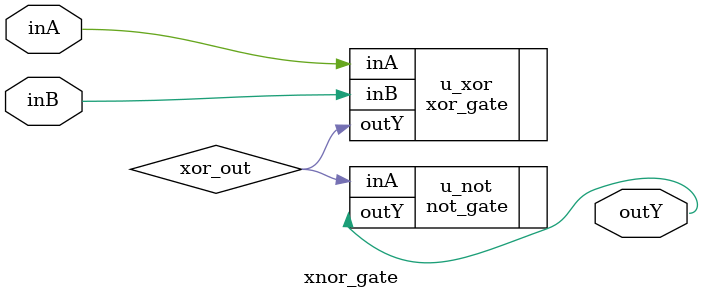
<source format=sv>
module xnor_gate (
    input  logic inA,
    input  logic inB,
    output logic outY
);
    logic xor_out;

    // Step 1: XOR gate built from NANDs
    xor_gate u_xor (.inA(inA), .inB(inB), .outY(xor_out));

    // Step 2: NOT the XOR to get XNOR
    not_gate u_not (.inA(xor_out), .outY(outY));
endmodule

</source>
